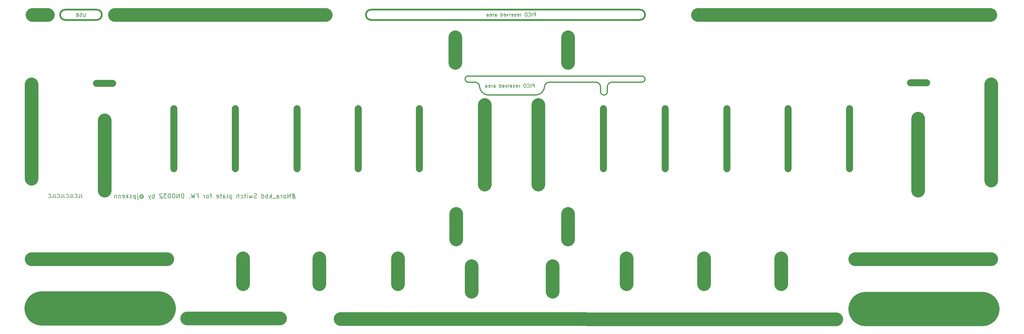
<source format=gbo>
%TF.GenerationSoftware,KiCad,Pcbnew,(6.0.1-0)*%
%TF.CreationDate,2022-02-13T08:04:40+09:00*%
%TF.ProjectId,keyplate,6b657970-6c61-4746-952e-6b696361645f,rev?*%
%TF.SameCoordinates,Original*%
%TF.FileFunction,Legend,Bot*%
%TF.FilePolarity,Positive*%
%FSLAX46Y46*%
G04 Gerber Fmt 4.6, Leading zero omitted, Abs format (unit mm)*
G04 Created by KiCad (PCBNEW (6.0.1-0)) date 2022-02-13 08:04:40*
%MOMM*%
%LPD*%
G01*
G04 APERTURE LIST*
%ADD10C,4.000000*%
%ADD11C,0.300000*%
%ADD12C,0.500000*%
%ADD13C,2.000000*%
%ADD14C,10.000000*%
%ADD15C,0.150000*%
G04 APERTURE END LIST*
D10*
X211776553Y-20759719D02*
X296776553Y-20759719D01*
X213500000Y-91750000D02*
X213500000Y-99250000D01*
X149746553Y-47000000D02*
X149746553Y-70249719D01*
X141250000Y-27250000D02*
X141250000Y-34750000D01*
D11*
X148303323Y-41755489D02*
G75*
G03*
X146949583Y-40401749I-1353743J-3D01*
G01*
X145000588Y-40398251D02*
X146949583Y-40401749D01*
D10*
X124500000Y-91750000D02*
X124500000Y-99250000D01*
D12*
X194900000Y-22259719D02*
G75*
G03*
X194900000Y-19259719I0J1500000D01*
G01*
D10*
X165346553Y-47000000D02*
X165346553Y-70249719D01*
D13*
X36875000Y-40750000D02*
X41625000Y-40750000D01*
D12*
X36976553Y-22259719D02*
G75*
G03*
X36976553Y-19259719I0J1500000D01*
G01*
D11*
X195499124Y-38600000D02*
X145100000Y-38595013D01*
D10*
X275776553Y-51009719D02*
X275776553Y-72009719D01*
X297000000Y-92000000D02*
X257500000Y-92000000D01*
D11*
X186800000Y-40399991D02*
G75*
G03*
X185446260Y-41753731I3J-1353743D01*
G01*
D10*
X101646553Y-91750000D02*
X101646553Y-99250000D01*
X236000000Y-91750000D02*
X236000000Y-99250000D01*
D14*
X20975000Y-106379719D02*
X55025000Y-106379719D01*
D10*
X18026553Y-41009719D02*
X18026553Y-68509719D01*
D12*
X27876553Y-22259719D02*
X36976553Y-22259719D01*
D13*
X59400000Y-48150000D02*
X59400000Y-65650000D01*
D10*
X169500000Y-94000000D02*
X169500000Y-101500000D01*
X174000000Y-27250000D02*
X174000000Y-34750000D01*
D12*
X116776553Y-19259719D02*
G75*
G03*
X116776553Y-22259719I0J-1500000D01*
G01*
D11*
X183449707Y-43150000D02*
G75*
G03*
X185449707Y-43149415I1000000J0D01*
G01*
X183441273Y-41753740D02*
G75*
G03*
X182087533Y-40400000I-1353743J-3D01*
G01*
D13*
X273525000Y-40600000D02*
X278275000Y-40600000D01*
D10*
X146000000Y-94000000D02*
X146000000Y-101500000D01*
D11*
X145100000Y-38595013D02*
G75*
G03*
X145000588Y-40398251I-89943J-899401D01*
G01*
D13*
X130800000Y-48150000D02*
X130800000Y-65650000D01*
D14*
X260500000Y-106500000D02*
X294500000Y-106500000D01*
D11*
X168555229Y-40404927D02*
X182087533Y-40400000D01*
D10*
X90250000Y-109250000D02*
X63250000Y-109250000D01*
X191000000Y-91750000D02*
X191000000Y-99250000D01*
D11*
X183441273Y-41753740D02*
X183449707Y-43150000D01*
D13*
X238000000Y-48150000D02*
X238000000Y-65650000D01*
D12*
X116776553Y-19259719D02*
X194900000Y-19259719D01*
D10*
X107846553Y-109379719D02*
X252000000Y-109500000D01*
D13*
X77276553Y-48150000D02*
X77276553Y-65650000D01*
X95250000Y-48150000D02*
X95250000Y-65650000D01*
X113000000Y-48150000D02*
X113000000Y-65650000D01*
D12*
X116776553Y-22259719D02*
X194900000Y-22259719D01*
D13*
X255900000Y-48150000D02*
X255900000Y-65650000D01*
D11*
X185449707Y-43149415D02*
X185446260Y-41753731D01*
D13*
X202250000Y-48150000D02*
X202250000Y-65650000D01*
D10*
X39276553Y-51509719D02*
X39276553Y-72009719D01*
D11*
X186800000Y-40399991D02*
X195450297Y-40400010D01*
D13*
X184300000Y-48150000D02*
X184300000Y-65650000D01*
D10*
X174000000Y-78750000D02*
X174000000Y-86250000D01*
X42250000Y-20759719D02*
X103526553Y-20759719D01*
X141500000Y-78750000D02*
X141500000Y-86250000D01*
D12*
X27876553Y-19259719D02*
G75*
G03*
X27876553Y-22259719I0J-1500000D01*
G01*
D10*
X297026553Y-41009719D02*
X297026553Y-69000000D01*
D13*
X220250000Y-48150000D02*
X220250000Y-65650000D01*
D10*
X57500000Y-92000000D02*
X18000000Y-92000000D01*
D11*
X195450297Y-40400009D02*
G75*
G03*
X195499124Y-38600000I49353J899328D01*
G01*
X168555229Y-40404927D02*
G75*
G03*
X167201489Y-41758667I3J-1353743D01*
G01*
D10*
X18263277Y-20750000D02*
X22736724Y-20750000D01*
D11*
X148303323Y-41755489D02*
G75*
G03*
X150703042Y-44158386I2673213J269956D01*
G01*
D10*
X79500000Y-91750000D02*
X79500000Y-99250000D01*
D11*
X164492520Y-44158385D02*
G75*
G03*
X167201489Y-41758667I50640J2671729D01*
G01*
D12*
X27876553Y-19259719D02*
X36976553Y-19259719D01*
D11*
X150703042Y-44158386D02*
X164492520Y-44158386D01*
D15*
X164207562Y-41939035D02*
X164207562Y-40939035D01*
X163826610Y-40939035D01*
X163731372Y-40986655D01*
X163683753Y-41034274D01*
X163636134Y-41129512D01*
X163636134Y-41272369D01*
X163683753Y-41367607D01*
X163731372Y-41415226D01*
X163826610Y-41462845D01*
X164207562Y-41462845D01*
X163207562Y-41939035D02*
X163207562Y-40939035D01*
X162159943Y-41843797D02*
X162207562Y-41891416D01*
X162350419Y-41939035D01*
X162445658Y-41939035D01*
X162588515Y-41891416D01*
X162683753Y-41796178D01*
X162731372Y-41700940D01*
X162778991Y-41510464D01*
X162778991Y-41367607D01*
X162731372Y-41177131D01*
X162683753Y-41081893D01*
X162588515Y-40986655D01*
X162445658Y-40939035D01*
X162350419Y-40939035D01*
X162207562Y-40986655D01*
X162159943Y-41034274D01*
X161540896Y-40939035D02*
X161350419Y-40939035D01*
X161255181Y-40986655D01*
X161159943Y-41081893D01*
X161112324Y-41272369D01*
X161112324Y-41605702D01*
X161159943Y-41796178D01*
X161255181Y-41891416D01*
X161350419Y-41939035D01*
X161540896Y-41939035D01*
X161636134Y-41891416D01*
X161731372Y-41796178D01*
X161778991Y-41605702D01*
X161778991Y-41272369D01*
X161731372Y-41081893D01*
X161636134Y-40986655D01*
X161540896Y-40939035D01*
X159921848Y-41939035D02*
X159921848Y-41272369D01*
X159921848Y-41462845D02*
X159874229Y-41367607D01*
X159826610Y-41319988D01*
X159731372Y-41272369D01*
X159636134Y-41272369D01*
X158921848Y-41891416D02*
X159017086Y-41939035D01*
X159207562Y-41939035D01*
X159302800Y-41891416D01*
X159350419Y-41796178D01*
X159350419Y-41415226D01*
X159302800Y-41319988D01*
X159207562Y-41272369D01*
X159017086Y-41272369D01*
X158921848Y-41319988D01*
X158874229Y-41415226D01*
X158874229Y-41510464D01*
X159350419Y-41605702D01*
X158493277Y-41891416D02*
X158398038Y-41939035D01*
X158207562Y-41939035D01*
X158112324Y-41891416D01*
X158064705Y-41796178D01*
X158064705Y-41748559D01*
X158112324Y-41653321D01*
X158207562Y-41605702D01*
X158350419Y-41605702D01*
X158445658Y-41558083D01*
X158493277Y-41462845D01*
X158493277Y-41415226D01*
X158445658Y-41319988D01*
X158350419Y-41272369D01*
X158207562Y-41272369D01*
X158112324Y-41319988D01*
X157255181Y-41891416D02*
X157350419Y-41939035D01*
X157540896Y-41939035D01*
X157636134Y-41891416D01*
X157683753Y-41796178D01*
X157683753Y-41415226D01*
X157636134Y-41319988D01*
X157540896Y-41272369D01*
X157350419Y-41272369D01*
X157255181Y-41319988D01*
X157207562Y-41415226D01*
X157207562Y-41510464D01*
X157683753Y-41605702D01*
X156778991Y-41939035D02*
X156778991Y-41272369D01*
X156778991Y-41462845D02*
X156731372Y-41367607D01*
X156683753Y-41319988D01*
X156588515Y-41272369D01*
X156493277Y-41272369D01*
X156255181Y-41272369D02*
X156017086Y-41939035D01*
X155778991Y-41272369D01*
X155017086Y-41891416D02*
X155112324Y-41939035D01*
X155302800Y-41939035D01*
X155398038Y-41891416D01*
X155445658Y-41796178D01*
X155445658Y-41415226D01*
X155398038Y-41319988D01*
X155302800Y-41272369D01*
X155112324Y-41272369D01*
X155017086Y-41319988D01*
X154969467Y-41415226D01*
X154969467Y-41510464D01*
X155445658Y-41605702D01*
X154112324Y-41939035D02*
X154112324Y-40939035D01*
X154112324Y-41891416D02*
X154207562Y-41939035D01*
X154398038Y-41939035D01*
X154493277Y-41891416D01*
X154540896Y-41843797D01*
X154588515Y-41748559D01*
X154588515Y-41462845D01*
X154540896Y-41367607D01*
X154493277Y-41319988D01*
X154398038Y-41272369D01*
X154207562Y-41272369D01*
X154112324Y-41319988D01*
X152445658Y-41939035D02*
X152445658Y-41415226D01*
X152493277Y-41319988D01*
X152588515Y-41272369D01*
X152778991Y-41272369D01*
X152874229Y-41319988D01*
X152445658Y-41891416D02*
X152540896Y-41939035D01*
X152778991Y-41939035D01*
X152874229Y-41891416D01*
X152921848Y-41796178D01*
X152921848Y-41700940D01*
X152874229Y-41605702D01*
X152778991Y-41558083D01*
X152540896Y-41558083D01*
X152445658Y-41510464D01*
X151969467Y-41939035D02*
X151969467Y-41272369D01*
X151969467Y-41462845D02*
X151921848Y-41367607D01*
X151874229Y-41319988D01*
X151778991Y-41272369D01*
X151683753Y-41272369D01*
X150969467Y-41891416D02*
X151064705Y-41939035D01*
X151255181Y-41939035D01*
X151350419Y-41891416D01*
X151398038Y-41796178D01*
X151398038Y-41415226D01*
X151350419Y-41319988D01*
X151255181Y-41272369D01*
X151064705Y-41272369D01*
X150969467Y-41319988D01*
X150921848Y-41415226D01*
X150921848Y-41510464D01*
X151398038Y-41605702D01*
X150064705Y-41939035D02*
X150064705Y-41415226D01*
X150112324Y-41319988D01*
X150207562Y-41272369D01*
X150398038Y-41272369D01*
X150493277Y-41319988D01*
X150064705Y-41891416D02*
X150159943Y-41939035D01*
X150398038Y-41939035D01*
X150493277Y-41891416D01*
X150540896Y-41796178D01*
X150540896Y-41700940D01*
X150493277Y-41605702D01*
X150398038Y-41558083D01*
X150159943Y-41558083D01*
X150064705Y-41510464D01*
X33688457Y-20312099D02*
X33688457Y-21121623D01*
X33640838Y-21216861D01*
X33593219Y-21264480D01*
X33497981Y-21312099D01*
X33307505Y-21312099D01*
X33212267Y-21264480D01*
X33164648Y-21216861D01*
X33117029Y-21121623D01*
X33117029Y-20312099D01*
X32688457Y-21264480D02*
X32545600Y-21312099D01*
X32307505Y-21312099D01*
X32212267Y-21264480D01*
X32164648Y-21216861D01*
X32117029Y-21121623D01*
X32117029Y-21026385D01*
X32164648Y-20931147D01*
X32212267Y-20883528D01*
X32307505Y-20835909D01*
X32497981Y-20788290D01*
X32593219Y-20740671D01*
X32640838Y-20693052D01*
X32688457Y-20597814D01*
X32688457Y-20502576D01*
X32640838Y-20407338D01*
X32593219Y-20359719D01*
X32497981Y-20312099D01*
X32259886Y-20312099D01*
X32117029Y-20359719D01*
X31355124Y-20788290D02*
X31212267Y-20835909D01*
X31164648Y-20883528D01*
X31117029Y-20978766D01*
X31117029Y-21121623D01*
X31164648Y-21216861D01*
X31212267Y-21264480D01*
X31307505Y-21312099D01*
X31688457Y-21312099D01*
X31688457Y-20312099D01*
X31355124Y-20312099D01*
X31259886Y-20359719D01*
X31212267Y-20407338D01*
X31164648Y-20502576D01*
X31164648Y-20597814D01*
X31212267Y-20693052D01*
X31259886Y-20740671D01*
X31355124Y-20788290D01*
X31688457Y-20788290D01*
X32565600Y-73052099D02*
X32565600Y-73766385D01*
X32613219Y-73909242D01*
X32708457Y-74004480D01*
X32851314Y-74052099D01*
X32946553Y-74052099D01*
X31613219Y-74052099D02*
X32089410Y-74052099D01*
X32089410Y-73052099D01*
X30708457Y-73956861D02*
X30756076Y-74004480D01*
X30898933Y-74052099D01*
X30994172Y-74052099D01*
X31137029Y-74004480D01*
X31232267Y-73909242D01*
X31279886Y-73814004D01*
X31327505Y-73623528D01*
X31327505Y-73480671D01*
X31279886Y-73290195D01*
X31232267Y-73194957D01*
X31137029Y-73099719D01*
X30994172Y-73052099D01*
X30898933Y-73052099D01*
X30756076Y-73099719D01*
X30708457Y-73147338D01*
X29994172Y-73052099D02*
X29994172Y-73766385D01*
X30041791Y-73909242D01*
X30137029Y-74004480D01*
X30279886Y-74052099D01*
X30375124Y-74052099D01*
X29041791Y-74052099D02*
X29517981Y-74052099D01*
X29517981Y-73052099D01*
X28137029Y-73956861D02*
X28184648Y-74004480D01*
X28327505Y-74052099D01*
X28422743Y-74052099D01*
X28565600Y-74004480D01*
X28660838Y-73909242D01*
X28708457Y-73814004D01*
X28756076Y-73623528D01*
X28756076Y-73480671D01*
X28708457Y-73290195D01*
X28660838Y-73194957D01*
X28565600Y-73099719D01*
X28422743Y-73052099D01*
X28327505Y-73052099D01*
X28184648Y-73099719D01*
X28137029Y-73147338D01*
X27422743Y-73052099D02*
X27422743Y-73766385D01*
X27470362Y-73909242D01*
X27565600Y-74004480D01*
X27708457Y-74052099D01*
X27803695Y-74052099D01*
X26470362Y-74052099D02*
X26946553Y-74052099D01*
X26946553Y-73052099D01*
X25565600Y-73956861D02*
X25613219Y-74004480D01*
X25756076Y-74052099D01*
X25851314Y-74052099D01*
X25994172Y-74004480D01*
X26089410Y-73909242D01*
X26137029Y-73814004D01*
X26184648Y-73623528D01*
X26184648Y-73480671D01*
X26137029Y-73290195D01*
X26089410Y-73194957D01*
X25994172Y-73099719D01*
X25851314Y-73052099D01*
X25756076Y-73052099D01*
X25613219Y-73099719D01*
X25565600Y-73147338D01*
X24851314Y-73052099D02*
X24851314Y-73766385D01*
X24898933Y-73909242D01*
X24994172Y-74004480D01*
X25137029Y-74052099D01*
X25232267Y-74052099D01*
X23898933Y-74052099D02*
X24375124Y-74052099D01*
X24375124Y-73052099D01*
X22994172Y-73956861D02*
X23041791Y-74004480D01*
X23184648Y-74052099D01*
X23279886Y-74052099D01*
X23422743Y-74004480D01*
X23517981Y-73909242D01*
X23565600Y-73814004D01*
X23613219Y-73623528D01*
X23613219Y-73480671D01*
X23565600Y-73290195D01*
X23517981Y-73194957D01*
X23422743Y-73099719D01*
X23279886Y-73052099D01*
X23184648Y-73052099D01*
X23041791Y-73099719D01*
X22994172Y-73147338D01*
X94654880Y-73321428D02*
X93726309Y-73321428D01*
X94283452Y-72764285D02*
X94654880Y-74435714D01*
X93850119Y-73878571D02*
X94778690Y-73878571D01*
X94221547Y-74435714D02*
X93850119Y-72764285D01*
X93292976Y-74188095D02*
X93292976Y-72888095D01*
X92550119Y-74188095D01*
X92550119Y-72888095D01*
X91745357Y-74188095D02*
X91869166Y-74126190D01*
X91931071Y-74064285D01*
X91992976Y-73940476D01*
X91992976Y-73569047D01*
X91931071Y-73445238D01*
X91869166Y-73383333D01*
X91745357Y-73321428D01*
X91559642Y-73321428D01*
X91435833Y-73383333D01*
X91373928Y-73445238D01*
X91312023Y-73569047D01*
X91312023Y-73940476D01*
X91373928Y-74064285D01*
X91435833Y-74126190D01*
X91559642Y-74188095D01*
X91745357Y-74188095D01*
X90754880Y-74188095D02*
X90754880Y-73321428D01*
X90754880Y-73569047D02*
X90692976Y-73445238D01*
X90631071Y-73383333D01*
X90507261Y-73321428D01*
X90383452Y-73321428D01*
X89392976Y-74188095D02*
X89392976Y-73507142D01*
X89454880Y-73383333D01*
X89578690Y-73321428D01*
X89826309Y-73321428D01*
X89950119Y-73383333D01*
X89392976Y-74126190D02*
X89516785Y-74188095D01*
X89826309Y-74188095D01*
X89950119Y-74126190D01*
X90012023Y-74002380D01*
X90012023Y-73878571D01*
X89950119Y-73754761D01*
X89826309Y-73692857D01*
X89516785Y-73692857D01*
X89392976Y-73630952D01*
X89083452Y-74311904D02*
X88092976Y-74311904D01*
X87783452Y-74188095D02*
X87783452Y-72888095D01*
X87659642Y-73692857D02*
X87288214Y-74188095D01*
X87288214Y-73321428D02*
X87783452Y-73816666D01*
X86731071Y-74188095D02*
X86731071Y-72888095D01*
X86731071Y-73383333D02*
X86607261Y-73321428D01*
X86359642Y-73321428D01*
X86235833Y-73383333D01*
X86173928Y-73445238D01*
X86112023Y-73569047D01*
X86112023Y-73940476D01*
X86173928Y-74064285D01*
X86235833Y-74126190D01*
X86359642Y-74188095D01*
X86607261Y-74188095D01*
X86731071Y-74126190D01*
X84997738Y-74188095D02*
X84997738Y-72888095D01*
X84997738Y-74126190D02*
X85121547Y-74188095D01*
X85369166Y-74188095D01*
X85492976Y-74126190D01*
X85554880Y-74064285D01*
X85616785Y-73940476D01*
X85616785Y-73569047D01*
X85554880Y-73445238D01*
X85492976Y-73383333D01*
X85369166Y-73321428D01*
X85121547Y-73321428D01*
X84997738Y-73383333D01*
X83450119Y-74126190D02*
X83264404Y-74188095D01*
X82954880Y-74188095D01*
X82831071Y-74126190D01*
X82769166Y-74064285D01*
X82707261Y-73940476D01*
X82707261Y-73816666D01*
X82769166Y-73692857D01*
X82831071Y-73630952D01*
X82954880Y-73569047D01*
X83202499Y-73507142D01*
X83326309Y-73445238D01*
X83388214Y-73383333D01*
X83450119Y-73259523D01*
X83450119Y-73135714D01*
X83388214Y-73011904D01*
X83326309Y-72950000D01*
X83202499Y-72888095D01*
X82892976Y-72888095D01*
X82707261Y-72950000D01*
X82273928Y-73321428D02*
X82026309Y-74188095D01*
X81778690Y-73569047D01*
X81531071Y-74188095D01*
X81283452Y-73321428D01*
X80788214Y-74188095D02*
X80788214Y-73321428D01*
X80788214Y-72888095D02*
X80850119Y-72950000D01*
X80788214Y-73011904D01*
X80726309Y-72950000D01*
X80788214Y-72888095D01*
X80788214Y-73011904D01*
X80354880Y-73321428D02*
X79859642Y-73321428D01*
X80169166Y-72888095D02*
X80169166Y-74002380D01*
X80107261Y-74126190D01*
X79983452Y-74188095D01*
X79859642Y-74188095D01*
X78869166Y-74126190D02*
X78992976Y-74188095D01*
X79240595Y-74188095D01*
X79364404Y-74126190D01*
X79426309Y-74064285D01*
X79488214Y-73940476D01*
X79488214Y-73569047D01*
X79426309Y-73445238D01*
X79364404Y-73383333D01*
X79240595Y-73321428D01*
X78992976Y-73321428D01*
X78869166Y-73383333D01*
X78312023Y-74188095D02*
X78312023Y-72888095D01*
X77754880Y-74188095D02*
X77754880Y-73507142D01*
X77816785Y-73383333D01*
X77940595Y-73321428D01*
X78126309Y-73321428D01*
X78250119Y-73383333D01*
X78312023Y-73445238D01*
X76145357Y-73321428D02*
X76145357Y-74621428D01*
X76145357Y-73383333D02*
X76021547Y-73321428D01*
X75773928Y-73321428D01*
X75650119Y-73383333D01*
X75588214Y-73445238D01*
X75526309Y-73569047D01*
X75526309Y-73940476D01*
X75588214Y-74064285D01*
X75650119Y-74126190D01*
X75773928Y-74188095D01*
X76021547Y-74188095D01*
X76145357Y-74126190D01*
X74783452Y-74188095D02*
X74907261Y-74126190D01*
X74969166Y-74002380D01*
X74969166Y-72888095D01*
X73731071Y-74188095D02*
X73731071Y-73507142D01*
X73792976Y-73383333D01*
X73916785Y-73321428D01*
X74164404Y-73321428D01*
X74288214Y-73383333D01*
X73731071Y-74126190D02*
X73854880Y-74188095D01*
X74164404Y-74188095D01*
X74288214Y-74126190D01*
X74350119Y-74002380D01*
X74350119Y-73878571D01*
X74288214Y-73754761D01*
X74164404Y-73692857D01*
X73854880Y-73692857D01*
X73731071Y-73630952D01*
X73297738Y-73321428D02*
X72802499Y-73321428D01*
X73112023Y-72888095D02*
X73112023Y-74002380D01*
X73050119Y-74126190D01*
X72926309Y-74188095D01*
X72802499Y-74188095D01*
X71873928Y-74126190D02*
X71997738Y-74188095D01*
X72245357Y-74188095D01*
X72369166Y-74126190D01*
X72431071Y-74002380D01*
X72431071Y-73507142D01*
X72369166Y-73383333D01*
X72245357Y-73321428D01*
X71997738Y-73321428D01*
X71873928Y-73383333D01*
X71812023Y-73507142D01*
X71812023Y-73630952D01*
X72431071Y-73754761D01*
X70450119Y-73321428D02*
X69954880Y-73321428D01*
X70264404Y-74188095D02*
X70264404Y-73073809D01*
X70202499Y-72950000D01*
X70078690Y-72888095D01*
X69954880Y-72888095D01*
X69335833Y-74188095D02*
X69459642Y-74126190D01*
X69521547Y-74064285D01*
X69583452Y-73940476D01*
X69583452Y-73569047D01*
X69521547Y-73445238D01*
X69459642Y-73383333D01*
X69335833Y-73321428D01*
X69150119Y-73321428D01*
X69026309Y-73383333D01*
X68964404Y-73445238D01*
X68902499Y-73569047D01*
X68902499Y-73940476D01*
X68964404Y-74064285D01*
X69026309Y-74126190D01*
X69150119Y-74188095D01*
X69335833Y-74188095D01*
X68345357Y-74188095D02*
X68345357Y-73321428D01*
X68345357Y-73569047D02*
X68283452Y-73445238D01*
X68221547Y-73383333D01*
X68097738Y-73321428D01*
X67973928Y-73321428D01*
X66116785Y-73507142D02*
X66550119Y-73507142D01*
X66550119Y-74188095D02*
X66550119Y-72888095D01*
X65931071Y-72888095D01*
X65559642Y-72888095D02*
X65250119Y-74188095D01*
X65002499Y-73259523D01*
X64754880Y-74188095D01*
X64445357Y-72888095D01*
X63888214Y-74126190D02*
X63888214Y-74188095D01*
X63950119Y-74311904D01*
X64012023Y-74373809D01*
X62340595Y-74188095D02*
X62340595Y-72888095D01*
X62031071Y-72888095D01*
X61845357Y-72950000D01*
X61721547Y-73073809D01*
X61659642Y-73197619D01*
X61597738Y-73445238D01*
X61597738Y-73630952D01*
X61659642Y-73878571D01*
X61721547Y-74002380D01*
X61845357Y-74126190D01*
X62031071Y-74188095D01*
X62340595Y-74188095D01*
X61040595Y-74188095D02*
X61040595Y-72888095D01*
X60297738Y-74188095D01*
X60297738Y-72888095D01*
X59431071Y-72888095D02*
X59307261Y-72888095D01*
X59183452Y-72950000D01*
X59121547Y-73011904D01*
X59059642Y-73135714D01*
X58997738Y-73383333D01*
X58997738Y-73692857D01*
X59059642Y-73940476D01*
X59121547Y-74064285D01*
X59183452Y-74126190D01*
X59307261Y-74188095D01*
X59431071Y-74188095D01*
X59554880Y-74126190D01*
X59616785Y-74064285D01*
X59678690Y-73940476D01*
X59740595Y-73692857D01*
X59740595Y-73383333D01*
X59678690Y-73135714D01*
X59616785Y-73011904D01*
X59554880Y-72950000D01*
X59431071Y-72888095D01*
X58192976Y-72888095D02*
X58069166Y-72888095D01*
X57945357Y-72950000D01*
X57883452Y-73011904D01*
X57821547Y-73135714D01*
X57759642Y-73383333D01*
X57759642Y-73692857D01*
X57821547Y-73940476D01*
X57883452Y-74064285D01*
X57945357Y-74126190D01*
X58069166Y-74188095D01*
X58192976Y-74188095D01*
X58316785Y-74126190D01*
X58378690Y-74064285D01*
X58440595Y-73940476D01*
X58502499Y-73692857D01*
X58502499Y-73383333D01*
X58440595Y-73135714D01*
X58378690Y-73011904D01*
X58316785Y-72950000D01*
X58192976Y-72888095D01*
X57326309Y-72888095D02*
X56521547Y-72888095D01*
X56954880Y-73383333D01*
X56769166Y-73383333D01*
X56645357Y-73445238D01*
X56583452Y-73507142D01*
X56521547Y-73630952D01*
X56521547Y-73940476D01*
X56583452Y-74064285D01*
X56645357Y-74126190D01*
X56769166Y-74188095D01*
X57140595Y-74188095D01*
X57264404Y-74126190D01*
X57326309Y-74064285D01*
X56026309Y-73011904D02*
X55964404Y-72950000D01*
X55840595Y-72888095D01*
X55531071Y-72888095D01*
X55407261Y-72950000D01*
X55345357Y-73011904D01*
X55283452Y-73135714D01*
X55283452Y-73259523D01*
X55345357Y-73445238D01*
X56088214Y-74188095D01*
X55283452Y-74188095D01*
X53735833Y-74188095D02*
X53735833Y-72888095D01*
X53735833Y-73383333D02*
X53612023Y-73321428D01*
X53364404Y-73321428D01*
X53240595Y-73383333D01*
X53178690Y-73445238D01*
X53116785Y-73569047D01*
X53116785Y-73940476D01*
X53178690Y-74064285D01*
X53240595Y-74126190D01*
X53364404Y-74188095D01*
X53612023Y-74188095D01*
X53735833Y-74126190D01*
X52683452Y-73321428D02*
X52373928Y-74188095D01*
X52064404Y-73321428D02*
X52373928Y-74188095D01*
X52497738Y-74497619D01*
X52559642Y-74559523D01*
X52683452Y-74621428D01*
X49773928Y-73569047D02*
X49835833Y-73507142D01*
X49959642Y-73445238D01*
X50083452Y-73445238D01*
X50207261Y-73507142D01*
X50269166Y-73569047D01*
X50331071Y-73692857D01*
X50331071Y-73816666D01*
X50269166Y-73940476D01*
X50207261Y-74002380D01*
X50083452Y-74064285D01*
X49959642Y-74064285D01*
X49835833Y-74002380D01*
X49773928Y-73940476D01*
X49773928Y-73445238D02*
X49773928Y-73940476D01*
X49712023Y-74002380D01*
X49650119Y-74002380D01*
X49526309Y-73940476D01*
X49464404Y-73816666D01*
X49464404Y-73507142D01*
X49588214Y-73321428D01*
X49773928Y-73197619D01*
X50021547Y-73135714D01*
X50269166Y-73197619D01*
X50454880Y-73321428D01*
X50578690Y-73507142D01*
X50640595Y-73754761D01*
X50578690Y-74002380D01*
X50454880Y-74188095D01*
X50269166Y-74311904D01*
X50021547Y-74373809D01*
X49773928Y-74311904D01*
X49588214Y-74188095D01*
X48907261Y-73321428D02*
X48907261Y-74435714D01*
X48969166Y-74559523D01*
X49092976Y-74621428D01*
X49154880Y-74621428D01*
X48907261Y-72888095D02*
X48969166Y-72950000D01*
X48907261Y-73011904D01*
X48845357Y-72950000D01*
X48907261Y-72888095D01*
X48907261Y-73011904D01*
X48288214Y-73321428D02*
X48288214Y-74621428D01*
X48288214Y-73383333D02*
X48164404Y-73321428D01*
X47916785Y-73321428D01*
X47792976Y-73383333D01*
X47731071Y-73445238D01*
X47669166Y-73569047D01*
X47669166Y-73940476D01*
X47731071Y-74064285D01*
X47792976Y-74126190D01*
X47916785Y-74188095D01*
X48164404Y-74188095D01*
X48288214Y-74126190D01*
X47173928Y-74126190D02*
X47050119Y-74188095D01*
X46802499Y-74188095D01*
X46678690Y-74126190D01*
X46616785Y-74002380D01*
X46616785Y-73940476D01*
X46678690Y-73816666D01*
X46802499Y-73754761D01*
X46988214Y-73754761D01*
X47112023Y-73692857D01*
X47173928Y-73569047D01*
X47173928Y-73507142D01*
X47112023Y-73383333D01*
X46988214Y-73321428D01*
X46802499Y-73321428D01*
X46678690Y-73383333D01*
X46059642Y-74188095D02*
X46059642Y-72888095D01*
X45935833Y-73692857D02*
X45564404Y-74188095D01*
X45564404Y-73321428D02*
X46059642Y-73816666D01*
X44512023Y-74126190D02*
X44635833Y-74188095D01*
X44883452Y-74188095D01*
X45007261Y-74126190D01*
X45069166Y-74002380D01*
X45069166Y-73507142D01*
X45007261Y-73383333D01*
X44883452Y-73321428D01*
X44635833Y-73321428D01*
X44512023Y-73383333D01*
X44450119Y-73507142D01*
X44450119Y-73630952D01*
X45069166Y-73754761D01*
X43892976Y-73321428D02*
X43892976Y-74188095D01*
X43892976Y-73445238D02*
X43831071Y-73383333D01*
X43707261Y-73321428D01*
X43521547Y-73321428D01*
X43397738Y-73383333D01*
X43335833Y-73507142D01*
X43335833Y-74188095D01*
X42716785Y-73321428D02*
X42716785Y-74188095D01*
X42716785Y-73445238D02*
X42654880Y-73383333D01*
X42531071Y-73321428D01*
X42345357Y-73321428D01*
X42221547Y-73383333D01*
X42159642Y-73507142D01*
X42159642Y-74188095D01*
X164597981Y-21212099D02*
X164597981Y-20212099D01*
X164217029Y-20212099D01*
X164121791Y-20259719D01*
X164074172Y-20307338D01*
X164026553Y-20402576D01*
X164026553Y-20545433D01*
X164074172Y-20640671D01*
X164121791Y-20688290D01*
X164217029Y-20735909D01*
X164597981Y-20735909D01*
X163597981Y-21212099D02*
X163597981Y-20212099D01*
X162550362Y-21116861D02*
X162597981Y-21164480D01*
X162740838Y-21212099D01*
X162836076Y-21212099D01*
X162978933Y-21164480D01*
X163074172Y-21069242D01*
X163121791Y-20974004D01*
X163169410Y-20783528D01*
X163169410Y-20640671D01*
X163121791Y-20450195D01*
X163074172Y-20354957D01*
X162978933Y-20259719D01*
X162836076Y-20212099D01*
X162740838Y-20212099D01*
X162597981Y-20259719D01*
X162550362Y-20307338D01*
X161931314Y-20212099D02*
X161740838Y-20212099D01*
X161645600Y-20259719D01*
X161550362Y-20354957D01*
X161502743Y-20545433D01*
X161502743Y-20878766D01*
X161550362Y-21069242D01*
X161645600Y-21164480D01*
X161740838Y-21212099D01*
X161931314Y-21212099D01*
X162026553Y-21164480D01*
X162121791Y-21069242D01*
X162169410Y-20878766D01*
X162169410Y-20545433D01*
X162121791Y-20354957D01*
X162026553Y-20259719D01*
X161931314Y-20212099D01*
X160312267Y-21212099D02*
X160312267Y-20545433D01*
X160312267Y-20735909D02*
X160264648Y-20640671D01*
X160217029Y-20593052D01*
X160121791Y-20545433D01*
X160026553Y-20545433D01*
X159312267Y-21164480D02*
X159407505Y-21212099D01*
X159597981Y-21212099D01*
X159693219Y-21164480D01*
X159740838Y-21069242D01*
X159740838Y-20688290D01*
X159693219Y-20593052D01*
X159597981Y-20545433D01*
X159407505Y-20545433D01*
X159312267Y-20593052D01*
X159264648Y-20688290D01*
X159264648Y-20783528D01*
X159740838Y-20878766D01*
X158883695Y-21164480D02*
X158788457Y-21212099D01*
X158597981Y-21212099D01*
X158502743Y-21164480D01*
X158455124Y-21069242D01*
X158455124Y-21021623D01*
X158502743Y-20926385D01*
X158597981Y-20878766D01*
X158740838Y-20878766D01*
X158836076Y-20831147D01*
X158883695Y-20735909D01*
X158883695Y-20688290D01*
X158836076Y-20593052D01*
X158740838Y-20545433D01*
X158597981Y-20545433D01*
X158502743Y-20593052D01*
X157645600Y-21164480D02*
X157740838Y-21212099D01*
X157931314Y-21212099D01*
X158026553Y-21164480D01*
X158074172Y-21069242D01*
X158074172Y-20688290D01*
X158026553Y-20593052D01*
X157931314Y-20545433D01*
X157740838Y-20545433D01*
X157645600Y-20593052D01*
X157597981Y-20688290D01*
X157597981Y-20783528D01*
X158074172Y-20878766D01*
X157169410Y-21212099D02*
X157169410Y-20545433D01*
X157169410Y-20735909D02*
X157121791Y-20640671D01*
X157074172Y-20593052D01*
X156978933Y-20545433D01*
X156883695Y-20545433D01*
X156645600Y-20545433D02*
X156407505Y-21212099D01*
X156169410Y-20545433D01*
X155407505Y-21164480D02*
X155502743Y-21212099D01*
X155693219Y-21212099D01*
X155788457Y-21164480D01*
X155836076Y-21069242D01*
X155836076Y-20688290D01*
X155788457Y-20593052D01*
X155693219Y-20545433D01*
X155502743Y-20545433D01*
X155407505Y-20593052D01*
X155359886Y-20688290D01*
X155359886Y-20783528D01*
X155836076Y-20878766D01*
X154502743Y-21212099D02*
X154502743Y-20212099D01*
X154502743Y-21164480D02*
X154597981Y-21212099D01*
X154788457Y-21212099D01*
X154883695Y-21164480D01*
X154931314Y-21116861D01*
X154978933Y-21021623D01*
X154978933Y-20735909D01*
X154931314Y-20640671D01*
X154883695Y-20593052D01*
X154788457Y-20545433D01*
X154597981Y-20545433D01*
X154502743Y-20593052D01*
X152836076Y-21212099D02*
X152836076Y-20688290D01*
X152883695Y-20593052D01*
X152978933Y-20545433D01*
X153169410Y-20545433D01*
X153264648Y-20593052D01*
X152836076Y-21164480D02*
X152931314Y-21212099D01*
X153169410Y-21212099D01*
X153264648Y-21164480D01*
X153312267Y-21069242D01*
X153312267Y-20974004D01*
X153264648Y-20878766D01*
X153169410Y-20831147D01*
X152931314Y-20831147D01*
X152836076Y-20783528D01*
X152359886Y-21212099D02*
X152359886Y-20545433D01*
X152359886Y-20735909D02*
X152312267Y-20640671D01*
X152264648Y-20593052D01*
X152169410Y-20545433D01*
X152074172Y-20545433D01*
X151359886Y-21164480D02*
X151455124Y-21212099D01*
X151645600Y-21212099D01*
X151740838Y-21164480D01*
X151788457Y-21069242D01*
X151788457Y-20688290D01*
X151740838Y-20593052D01*
X151645600Y-20545433D01*
X151455124Y-20545433D01*
X151359886Y-20593052D01*
X151312267Y-20688290D01*
X151312267Y-20783528D01*
X151788457Y-20878766D01*
X150455124Y-21212099D02*
X150455124Y-20688290D01*
X150502743Y-20593052D01*
X150597981Y-20545433D01*
X150788457Y-20545433D01*
X150883695Y-20593052D01*
X150455124Y-21164480D02*
X150550362Y-21212099D01*
X150788457Y-21212099D01*
X150883695Y-21164480D01*
X150931314Y-21069242D01*
X150931314Y-20974004D01*
X150883695Y-20878766D01*
X150788457Y-20831147D01*
X150550362Y-20831147D01*
X150455124Y-20783528D01*
M02*

</source>
